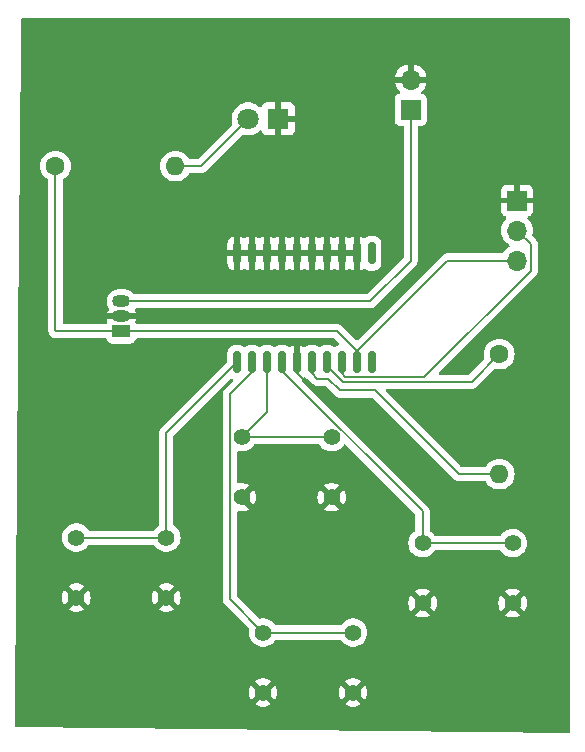
<source format=gtl>
G04 #@! TF.GenerationSoftware,KiCad,Pcbnew,8.0.1*
G04 #@! TF.CreationDate,2024-05-12T13:49:03-04:00*
G04 #@! TF.ProjectId,recyclobot,72656379-636c-46f6-926f-742e6b696361,rev?*
G04 #@! TF.SameCoordinates,Original*
G04 #@! TF.FileFunction,Copper,L1,Top*
G04 #@! TF.FilePolarity,Positive*
%FSLAX46Y46*%
G04 Gerber Fmt 4.6, Leading zero omitted, Abs format (unit mm)*
G04 Created by KiCad (PCBNEW 8.0.1) date 2024-05-12 13:49:03*
%MOMM*%
%LPD*%
G01*
G04 APERTURE LIST*
G04 Aperture macros list*
%AMRoundRect*
0 Rectangle with rounded corners*
0 $1 Rounding radius*
0 $2 $3 $4 $5 $6 $7 $8 $9 X,Y pos of 4 corners*
0 Add a 4 corners polygon primitive as box body*
4,1,4,$2,$3,$4,$5,$6,$7,$8,$9,$2,$3,0*
0 Add four circle primitives for the rounded corners*
1,1,$1+$1,$2,$3*
1,1,$1+$1,$4,$5*
1,1,$1+$1,$6,$7*
1,1,$1+$1,$8,$9*
0 Add four rect primitives between the rounded corners*
20,1,$1+$1,$2,$3,$4,$5,0*
20,1,$1+$1,$4,$5,$6,$7,0*
20,1,$1+$1,$6,$7,$8,$9,0*
20,1,$1+$1,$8,$9,$2,$3,0*%
G04 Aperture macros list end*
G04 #@! TA.AperFunction,ComponentPad*
%ADD10R,1.700000X1.700000*%
G04 #@! TD*
G04 #@! TA.AperFunction,ComponentPad*
%ADD11O,1.700000X1.700000*%
G04 #@! TD*
G04 #@! TA.AperFunction,ComponentPad*
%ADD12R,1.500000X1.050000*%
G04 #@! TD*
G04 #@! TA.AperFunction,ComponentPad*
%ADD13O,1.500000X1.050000*%
G04 #@! TD*
G04 #@! TA.AperFunction,SMDPad,CuDef*
%ADD14RoundRect,0.150000X-0.150000X0.800000X-0.150000X-0.800000X0.150000X-0.800000X0.150000X0.800000X0*%
G04 #@! TD*
G04 #@! TA.AperFunction,ComponentPad*
%ADD15C,1.397000*%
G04 #@! TD*
G04 #@! TA.AperFunction,ComponentPad*
%ADD16O,1.600000X1.600000*%
G04 #@! TD*
G04 #@! TA.AperFunction,ComponentPad*
%ADD17C,1.600000*%
G04 #@! TD*
G04 #@! TA.AperFunction,ComponentPad*
%ADD18R,1.800000X1.800000*%
G04 #@! TD*
G04 #@! TA.AperFunction,ComponentPad*
%ADD19C,1.800000*%
G04 #@! TD*
G04 #@! TA.AperFunction,ViaPad*
%ADD20C,0.600000*%
G04 #@! TD*
G04 #@! TA.AperFunction,Conductor*
%ADD21C,0.200000*%
G04 #@! TD*
G04 APERTURE END LIST*
D10*
X174000000Y-75420000D03*
D11*
X174000000Y-77960000D03*
X174000000Y-80500000D03*
D10*
X165000000Y-67725000D03*
D11*
X165000000Y-65185000D03*
D12*
X140500000Y-86500000D03*
D13*
X140500000Y-85230000D03*
X140500000Y-83960000D03*
D14*
X161715000Y-79900000D03*
X160445000Y-79900000D03*
X159175000Y-79900000D03*
X157905000Y-79900000D03*
X156635000Y-79900000D03*
X155365000Y-79900000D03*
X154095000Y-79900000D03*
X152825000Y-79900000D03*
X151555000Y-79900000D03*
X150285000Y-79900000D03*
X150285000Y-89100000D03*
X151555000Y-89100000D03*
X152825000Y-89100000D03*
X154095000Y-89100000D03*
X155365000Y-89100000D03*
X156635000Y-89100000D03*
X157905000Y-89100000D03*
X159175000Y-89100000D03*
X160445000Y-89100000D03*
X161715000Y-89100000D03*
D15*
X166000000Y-104420000D03*
X173620000Y-104420000D03*
X166000000Y-109500000D03*
X173620000Y-109500000D03*
X150690000Y-95460000D03*
X158310000Y-95460000D03*
X150690000Y-100540000D03*
X158310000Y-100540000D03*
X152500000Y-112000000D03*
X160120000Y-112000000D03*
X152500000Y-117080000D03*
X160120000Y-117080000D03*
X136690000Y-103960000D03*
X144310000Y-103960000D03*
X136690000Y-109040000D03*
X144310000Y-109040000D03*
D16*
X145080000Y-72500000D03*
D17*
X134920000Y-72500000D03*
X172500000Y-88420000D03*
D16*
X172500000Y-98580000D03*
D18*
X153775000Y-68500000D03*
D19*
X151235000Y-68500000D03*
D20*
X159500000Y-93000000D03*
X147000000Y-117000000D03*
X159000000Y-74000000D03*
X137000000Y-95000000D03*
X172000000Y-117500000D03*
X136500000Y-117000000D03*
X138500000Y-65000000D03*
X175500000Y-67500000D03*
D21*
X135000000Y-86500000D02*
X134920000Y-86420000D01*
X134920000Y-86420000D02*
X134920000Y-72500000D01*
X158315001Y-93000000D02*
X159500000Y-93000000D01*
X155365000Y-90049999D02*
X158315001Y-93000000D01*
X155365000Y-89100000D02*
X155365000Y-90049999D01*
X158000000Y-90500000D02*
X159000000Y-91500000D01*
X157085001Y-90500000D02*
X158000000Y-90500000D01*
X156635000Y-90049999D02*
X157085001Y-90500000D01*
X159000000Y-91500000D02*
X162000000Y-91500000D01*
X162000000Y-91500000D02*
X169080000Y-98580000D01*
X169080000Y-98580000D02*
X172500000Y-98580000D01*
X140500000Y-86500000D02*
X135000000Y-86500000D01*
X166000000Y-104420000D02*
X173620000Y-104420000D01*
X166000000Y-104420000D02*
X166000000Y-101737907D01*
X154095000Y-89832907D02*
X154095000Y-89100000D01*
X166000000Y-101737907D02*
X154095000Y-89832907D01*
X152500000Y-112000000D02*
X160120000Y-112000000D01*
X152500000Y-112000000D02*
X149691500Y-109191500D01*
X149691500Y-109191500D02*
X149691500Y-91808500D01*
X149691500Y-91808500D02*
X151555000Y-89945000D01*
X151555000Y-89945000D02*
X151555000Y-89100000D01*
X150690000Y-95460000D02*
X158310000Y-95460000D01*
X150690000Y-95460000D02*
X152825000Y-93325000D01*
X152825000Y-93325000D02*
X152825000Y-89100000D01*
X144310000Y-103960000D02*
X144310000Y-95075000D01*
X144310000Y-95075000D02*
X150285000Y-89100000D01*
X136690000Y-103960000D02*
X144310000Y-103960000D01*
X172500000Y-88420000D02*
X170170000Y-90750000D01*
X170170000Y-90750000D02*
X159234448Y-90750000D01*
X159234448Y-90750000D02*
X157905000Y-89420552D01*
X157905000Y-89420552D02*
X157905000Y-89100000D01*
X156635000Y-89100000D02*
X156635000Y-90049999D01*
X174000000Y-77960000D02*
X175150000Y-79110000D01*
X175150000Y-79110000D02*
X175150000Y-81350000D01*
X175150000Y-81350000D02*
X166150000Y-90350000D01*
X166150000Y-90350000D02*
X159475001Y-90350000D01*
X159475001Y-90350000D02*
X159175000Y-90049999D01*
X159175000Y-90049999D02*
X159175000Y-89100000D01*
X145080000Y-72500000D02*
X147235000Y-72500000D01*
X147235000Y-72500000D02*
X151235000Y-68500000D01*
X140500000Y-83960000D02*
X161540000Y-83960000D01*
X161540000Y-83960000D02*
X165000000Y-80500000D01*
X165000000Y-80500000D02*
X165000000Y-67725000D01*
X160445000Y-89100000D02*
X160445000Y-88150001D01*
X160445000Y-88150001D02*
X168095001Y-80500000D01*
X168095001Y-80500000D02*
X174000000Y-80500000D01*
X140500000Y-86500000D02*
X158794999Y-86500000D01*
X158794999Y-86500000D02*
X160445000Y-88150001D01*
G04 #@! TA.AperFunction,Conductor*
G36*
X178442539Y-60020185D02*
G01*
X178488294Y-60072989D01*
X178499500Y-60124500D01*
X178499500Y-120368959D01*
X178479815Y-120435998D01*
X178427011Y-120481753D01*
X178374208Y-120492952D01*
X131628294Y-120006017D01*
X131561464Y-119985635D01*
X131516261Y-119932358D01*
X131505590Y-119881008D01*
X131523356Y-117713626D01*
X131528550Y-117080000D01*
X151296366Y-117080000D01*
X151316859Y-117301166D01*
X151316860Y-117301168D01*
X151377643Y-117514798D01*
X151377649Y-117514813D01*
X151476652Y-117713636D01*
X151492208Y-117734236D01*
X152093600Y-117132845D01*
X152093600Y-117133504D01*
X152121295Y-117236865D01*
X152174799Y-117329536D01*
X152250464Y-117405201D01*
X152343135Y-117458705D01*
X152446496Y-117486400D01*
X152447153Y-117486400D01*
X151847761Y-118085790D01*
X151847762Y-118085791D01*
X151963490Y-118157447D01*
X151963496Y-118157450D01*
X152170607Y-118237684D01*
X152388945Y-118278500D01*
X152611055Y-118278500D01*
X152829392Y-118237684D01*
X153036505Y-118157449D01*
X153036506Y-118157448D01*
X153152237Y-118085790D01*
X152552848Y-117486400D01*
X152553504Y-117486400D01*
X152656865Y-117458705D01*
X152749536Y-117405201D01*
X152825201Y-117329536D01*
X152878705Y-117236865D01*
X152906400Y-117133504D01*
X152906400Y-117132846D01*
X153507790Y-117734236D01*
X153523348Y-117713634D01*
X153523353Y-117713626D01*
X153622350Y-117514813D01*
X153622356Y-117514798D01*
X153683139Y-117301168D01*
X153683140Y-117301166D01*
X153703634Y-117080000D01*
X158916366Y-117080000D01*
X158936859Y-117301166D01*
X158936860Y-117301168D01*
X158997643Y-117514798D01*
X158997649Y-117514813D01*
X159096652Y-117713636D01*
X159112208Y-117734236D01*
X159713600Y-117132844D01*
X159713600Y-117133504D01*
X159741295Y-117236865D01*
X159794799Y-117329536D01*
X159870464Y-117405201D01*
X159963135Y-117458705D01*
X160066496Y-117486400D01*
X160067153Y-117486400D01*
X159467761Y-118085790D01*
X159467762Y-118085791D01*
X159583490Y-118157447D01*
X159583496Y-118157450D01*
X159790607Y-118237684D01*
X160008945Y-118278500D01*
X160231055Y-118278500D01*
X160449392Y-118237684D01*
X160656505Y-118157449D01*
X160656506Y-118157448D01*
X160772237Y-118085790D01*
X160172848Y-117486400D01*
X160173504Y-117486400D01*
X160276865Y-117458705D01*
X160369536Y-117405201D01*
X160445201Y-117329536D01*
X160498705Y-117236865D01*
X160526400Y-117133504D01*
X160526400Y-117132846D01*
X161127790Y-117734236D01*
X161143348Y-117713634D01*
X161143353Y-117713626D01*
X161242350Y-117514813D01*
X161242356Y-117514798D01*
X161303139Y-117301168D01*
X161303140Y-117301166D01*
X161323634Y-117080000D01*
X161323634Y-117079999D01*
X161303140Y-116858833D01*
X161303139Y-116858831D01*
X161242356Y-116645201D01*
X161242350Y-116645186D01*
X161143353Y-116446374D01*
X161143348Y-116446367D01*
X161127789Y-116425762D01*
X160526400Y-117027151D01*
X160526400Y-117026496D01*
X160498705Y-116923135D01*
X160445201Y-116830464D01*
X160369536Y-116754799D01*
X160276865Y-116701295D01*
X160173504Y-116673600D01*
X160172847Y-116673600D01*
X160772237Y-116074208D01*
X160772236Y-116074207D01*
X160656509Y-116002552D01*
X160656503Y-116002549D01*
X160449392Y-115922315D01*
X160231055Y-115881500D01*
X160008945Y-115881500D01*
X159790607Y-115922315D01*
X159583495Y-116002550D01*
X159467761Y-116074208D01*
X160067154Y-116673600D01*
X160066496Y-116673600D01*
X159963135Y-116701295D01*
X159870464Y-116754799D01*
X159794799Y-116830464D01*
X159741295Y-116923135D01*
X159713600Y-117026496D01*
X159713600Y-117027153D01*
X159112209Y-116425762D01*
X159096651Y-116446365D01*
X158997649Y-116645186D01*
X158997643Y-116645201D01*
X158936860Y-116858831D01*
X158936859Y-116858833D01*
X158916366Y-117079999D01*
X158916366Y-117080000D01*
X153703634Y-117080000D01*
X153703634Y-117079999D01*
X153683140Y-116858833D01*
X153683139Y-116858831D01*
X153622356Y-116645201D01*
X153622350Y-116645186D01*
X153523353Y-116446374D01*
X153523348Y-116446367D01*
X153507789Y-116425762D01*
X152906400Y-117027151D01*
X152906400Y-117026496D01*
X152878705Y-116923135D01*
X152825201Y-116830464D01*
X152749536Y-116754799D01*
X152656865Y-116701295D01*
X152553504Y-116673600D01*
X152552847Y-116673600D01*
X153152237Y-116074208D01*
X153152236Y-116074207D01*
X153036509Y-116002552D01*
X153036503Y-116002549D01*
X152829392Y-115922315D01*
X152611055Y-115881500D01*
X152388945Y-115881500D01*
X152170607Y-115922315D01*
X151963495Y-116002550D01*
X151847761Y-116074208D01*
X152447154Y-116673600D01*
X152446496Y-116673600D01*
X152343135Y-116701295D01*
X152250464Y-116754799D01*
X152174799Y-116830464D01*
X152121295Y-116923135D01*
X152093600Y-117026496D01*
X152093600Y-117027153D01*
X151492209Y-116425762D01*
X151476651Y-116446365D01*
X151377649Y-116645186D01*
X151377643Y-116645201D01*
X151316860Y-116858831D01*
X151316859Y-116858833D01*
X151296366Y-117079999D01*
X151296366Y-117080000D01*
X131528550Y-117080000D01*
X131594451Y-109040000D01*
X135486366Y-109040000D01*
X135506859Y-109261166D01*
X135506860Y-109261168D01*
X135567643Y-109474798D01*
X135567649Y-109474813D01*
X135666652Y-109673636D01*
X135682208Y-109694236D01*
X136283600Y-109092845D01*
X136283600Y-109093504D01*
X136311295Y-109196865D01*
X136364799Y-109289536D01*
X136440464Y-109365201D01*
X136533135Y-109418705D01*
X136636496Y-109446400D01*
X136637153Y-109446400D01*
X136037761Y-110045790D01*
X136037762Y-110045791D01*
X136153490Y-110117447D01*
X136153496Y-110117450D01*
X136360607Y-110197684D01*
X136578945Y-110238500D01*
X136801055Y-110238500D01*
X137019392Y-110197684D01*
X137226505Y-110117449D01*
X137226506Y-110117448D01*
X137342237Y-110045790D01*
X136742848Y-109446400D01*
X136743504Y-109446400D01*
X136846865Y-109418705D01*
X136939536Y-109365201D01*
X137015201Y-109289536D01*
X137068705Y-109196865D01*
X137096400Y-109093504D01*
X137096400Y-109092846D01*
X137697790Y-109694236D01*
X137713348Y-109673634D01*
X137713353Y-109673626D01*
X137812350Y-109474813D01*
X137812356Y-109474798D01*
X137873139Y-109261168D01*
X137873140Y-109261166D01*
X137893634Y-109040000D01*
X143106366Y-109040000D01*
X143126859Y-109261166D01*
X143126860Y-109261168D01*
X143187643Y-109474798D01*
X143187649Y-109474813D01*
X143286652Y-109673636D01*
X143302208Y-109694236D01*
X143903600Y-109092845D01*
X143903600Y-109093504D01*
X143931295Y-109196865D01*
X143984799Y-109289536D01*
X144060464Y-109365201D01*
X144153135Y-109418705D01*
X144256496Y-109446400D01*
X144257153Y-109446400D01*
X143657761Y-110045790D01*
X143657762Y-110045791D01*
X143773490Y-110117447D01*
X143773496Y-110117450D01*
X143980607Y-110197684D01*
X144198945Y-110238500D01*
X144421055Y-110238500D01*
X144639392Y-110197684D01*
X144846505Y-110117449D01*
X144846506Y-110117448D01*
X144962237Y-110045790D01*
X144362848Y-109446400D01*
X144363504Y-109446400D01*
X144466865Y-109418705D01*
X144559536Y-109365201D01*
X144635201Y-109289536D01*
X144688705Y-109196865D01*
X144716400Y-109093504D01*
X144716400Y-109092846D01*
X145317790Y-109694236D01*
X145333348Y-109673634D01*
X145333353Y-109673626D01*
X145432350Y-109474813D01*
X145432356Y-109474798D01*
X145493139Y-109261168D01*
X145493140Y-109261166D01*
X145513634Y-109040000D01*
X145513634Y-109039999D01*
X145493140Y-108818833D01*
X145493139Y-108818831D01*
X145432356Y-108605201D01*
X145432350Y-108605186D01*
X145333353Y-108406374D01*
X145333348Y-108406367D01*
X145317789Y-108385762D01*
X144716400Y-108987151D01*
X144716400Y-108986496D01*
X144688705Y-108883135D01*
X144635201Y-108790464D01*
X144559536Y-108714799D01*
X144466865Y-108661295D01*
X144363504Y-108633600D01*
X144362847Y-108633600D01*
X144962237Y-108034208D01*
X144962236Y-108034207D01*
X144846509Y-107962552D01*
X144846503Y-107962549D01*
X144639392Y-107882315D01*
X144421055Y-107841500D01*
X144198945Y-107841500D01*
X143980607Y-107882315D01*
X143773495Y-107962550D01*
X143657761Y-108034208D01*
X144257154Y-108633600D01*
X144256496Y-108633600D01*
X144153135Y-108661295D01*
X144060464Y-108714799D01*
X143984799Y-108790464D01*
X143931295Y-108883135D01*
X143903600Y-108986496D01*
X143903600Y-108987153D01*
X143302209Y-108385762D01*
X143286651Y-108406365D01*
X143187649Y-108605186D01*
X143187643Y-108605201D01*
X143126860Y-108818831D01*
X143126859Y-108818833D01*
X143106366Y-109039999D01*
X143106366Y-109040000D01*
X137893634Y-109040000D01*
X137893634Y-109039999D01*
X137873140Y-108818833D01*
X137873139Y-108818831D01*
X137812356Y-108605201D01*
X137812350Y-108605186D01*
X137713353Y-108406374D01*
X137713348Y-108406367D01*
X137697789Y-108385762D01*
X137096400Y-108987151D01*
X137096400Y-108986496D01*
X137068705Y-108883135D01*
X137015201Y-108790464D01*
X136939536Y-108714799D01*
X136846865Y-108661295D01*
X136743504Y-108633600D01*
X136742847Y-108633600D01*
X137342237Y-108034208D01*
X137342236Y-108034207D01*
X137226509Y-107962552D01*
X137226503Y-107962549D01*
X137019392Y-107882315D01*
X136801055Y-107841500D01*
X136578945Y-107841500D01*
X136360607Y-107882315D01*
X136153495Y-107962550D01*
X136037761Y-108034208D01*
X136637154Y-108633600D01*
X136636496Y-108633600D01*
X136533135Y-108661295D01*
X136440464Y-108714799D01*
X136364799Y-108790464D01*
X136311295Y-108883135D01*
X136283600Y-108986496D01*
X136283600Y-108987153D01*
X135682209Y-108385762D01*
X135666651Y-108406365D01*
X135567649Y-108605186D01*
X135567643Y-108605201D01*
X135506860Y-108818831D01*
X135506859Y-108818833D01*
X135486366Y-109039999D01*
X135486366Y-109040000D01*
X131594451Y-109040000D01*
X131853005Y-77496337D01*
X131893959Y-72500001D01*
X133614532Y-72500001D01*
X133634364Y-72726686D01*
X133634366Y-72726697D01*
X133693258Y-72946488D01*
X133693261Y-72946497D01*
X133789431Y-73152732D01*
X133789432Y-73152734D01*
X133919954Y-73339141D01*
X134080858Y-73500045D01*
X134080861Y-73500047D01*
X134266624Y-73630118D01*
X134310248Y-73684693D01*
X134319500Y-73731692D01*
X134319500Y-86333330D01*
X134319499Y-86333348D01*
X134319499Y-86499054D01*
X134319498Y-86499054D01*
X134360423Y-86651785D01*
X134389358Y-86701900D01*
X134389359Y-86701904D01*
X134389360Y-86701904D01*
X134439480Y-86788716D01*
X134519480Y-86868716D01*
X134631284Y-86980520D01*
X134700532Y-87020500D01*
X134768215Y-87059577D01*
X134920943Y-87100500D01*
X139157885Y-87100500D01*
X139224924Y-87120185D01*
X139270679Y-87172989D01*
X139274067Y-87181167D01*
X139306202Y-87267328D01*
X139306206Y-87267335D01*
X139392452Y-87382544D01*
X139392455Y-87382547D01*
X139507664Y-87468793D01*
X139507671Y-87468797D01*
X139642517Y-87519091D01*
X139642516Y-87519091D01*
X139649444Y-87519835D01*
X139702127Y-87525500D01*
X141297872Y-87525499D01*
X141357483Y-87519091D01*
X141492331Y-87468796D01*
X141607546Y-87382546D01*
X141693796Y-87267331D01*
X141714029Y-87213084D01*
X141725934Y-87181166D01*
X141767806Y-87125233D01*
X141833270Y-87100816D01*
X141842116Y-87100500D01*
X158494902Y-87100500D01*
X158561941Y-87120185D01*
X158582583Y-87136819D01*
X158910343Y-87464579D01*
X158943828Y-87525902D01*
X158938844Y-87595594D01*
X158896972Y-87651527D01*
X158857258Y-87671336D01*
X158764604Y-87698254D01*
X158764603Y-87698255D01*
X158623137Y-87781917D01*
X158616969Y-87786702D01*
X158615072Y-87784256D01*
X158566358Y-87810857D01*
X158496666Y-87805873D01*
X158464296Y-87785069D01*
X158463031Y-87786702D01*
X158456862Y-87781917D01*
X158378681Y-87735681D01*
X158315398Y-87698256D01*
X158315397Y-87698255D01*
X158315396Y-87698255D01*
X158315393Y-87698254D01*
X158157573Y-87652402D01*
X158157567Y-87652401D01*
X158120701Y-87649500D01*
X158120694Y-87649500D01*
X157689306Y-87649500D01*
X157689298Y-87649500D01*
X157652432Y-87652401D01*
X157652426Y-87652402D01*
X157494606Y-87698254D01*
X157494603Y-87698255D01*
X157353137Y-87781917D01*
X157346969Y-87786702D01*
X157345072Y-87784256D01*
X157296358Y-87810857D01*
X157226666Y-87805873D01*
X157194296Y-87785069D01*
X157193031Y-87786702D01*
X157186862Y-87781917D01*
X157108681Y-87735681D01*
X157045398Y-87698256D01*
X157045397Y-87698255D01*
X157045396Y-87698255D01*
X157045393Y-87698254D01*
X156887573Y-87652402D01*
X156887567Y-87652401D01*
X156850701Y-87649500D01*
X156850694Y-87649500D01*
X156419306Y-87649500D01*
X156419298Y-87649500D01*
X156382432Y-87652401D01*
X156382426Y-87652402D01*
X156224606Y-87698254D01*
X156224603Y-87698255D01*
X156083140Y-87781915D01*
X156076974Y-87786699D01*
X156075174Y-87784379D01*
X156025913Y-87811230D01*
X155956225Y-87806193D01*
X155923992Y-87785461D01*
X155922722Y-87787100D01*
X155916552Y-87782314D01*
X155775196Y-87698717D01*
X155775193Y-87698716D01*
X155617494Y-87652900D01*
X155617497Y-87652900D01*
X155615000Y-87652703D01*
X155615000Y-89226000D01*
X155595315Y-89293039D01*
X155542511Y-89338794D01*
X155491000Y-89350000D01*
X155239000Y-89350000D01*
X155171961Y-89330315D01*
X155126206Y-89277511D01*
X155115000Y-89226000D01*
X155115000Y-87652703D01*
X155112503Y-87652900D01*
X154954806Y-87698716D01*
X154954803Y-87698717D01*
X154813449Y-87782313D01*
X154807283Y-87787097D01*
X154805389Y-87784655D01*
X154756580Y-87811239D01*
X154686894Y-87806179D01*
X154654227Y-87785159D01*
X154653031Y-87786702D01*
X154646862Y-87781917D01*
X154568681Y-87735681D01*
X154505398Y-87698256D01*
X154505397Y-87698255D01*
X154505396Y-87698255D01*
X154505393Y-87698254D01*
X154347573Y-87652402D01*
X154347567Y-87652401D01*
X154310701Y-87649500D01*
X154310694Y-87649500D01*
X153879306Y-87649500D01*
X153879298Y-87649500D01*
X153842432Y-87652401D01*
X153842426Y-87652402D01*
X153684606Y-87698254D01*
X153684603Y-87698255D01*
X153543137Y-87781917D01*
X153536969Y-87786702D01*
X153535072Y-87784256D01*
X153486358Y-87810857D01*
X153416666Y-87805873D01*
X153384296Y-87785069D01*
X153383031Y-87786702D01*
X153376862Y-87781917D01*
X153298681Y-87735681D01*
X153235398Y-87698256D01*
X153235397Y-87698255D01*
X153235396Y-87698255D01*
X153235393Y-87698254D01*
X153077573Y-87652402D01*
X153077567Y-87652401D01*
X153040701Y-87649500D01*
X153040694Y-87649500D01*
X152609306Y-87649500D01*
X152609298Y-87649500D01*
X152572432Y-87652401D01*
X152572426Y-87652402D01*
X152414606Y-87698254D01*
X152414603Y-87698255D01*
X152273137Y-87781917D01*
X152266969Y-87786702D01*
X152265072Y-87784256D01*
X152216358Y-87810857D01*
X152146666Y-87805873D01*
X152114296Y-87785069D01*
X152113031Y-87786702D01*
X152106862Y-87781917D01*
X152028681Y-87735681D01*
X151965398Y-87698256D01*
X151965397Y-87698255D01*
X151965396Y-87698255D01*
X151965393Y-87698254D01*
X151807573Y-87652402D01*
X151807567Y-87652401D01*
X151770701Y-87649500D01*
X151770694Y-87649500D01*
X151339306Y-87649500D01*
X151339298Y-87649500D01*
X151302432Y-87652401D01*
X151302426Y-87652402D01*
X151144606Y-87698254D01*
X151144603Y-87698255D01*
X151003137Y-87781917D01*
X150996969Y-87786702D01*
X150995072Y-87784256D01*
X150946358Y-87810857D01*
X150876666Y-87805873D01*
X150844296Y-87785069D01*
X150843031Y-87786702D01*
X150836862Y-87781917D01*
X150758681Y-87735681D01*
X150695398Y-87698256D01*
X150695397Y-87698255D01*
X150695396Y-87698255D01*
X150695393Y-87698254D01*
X150537573Y-87652402D01*
X150537567Y-87652401D01*
X150500701Y-87649500D01*
X150500694Y-87649500D01*
X150069306Y-87649500D01*
X150069298Y-87649500D01*
X150032432Y-87652401D01*
X150032426Y-87652402D01*
X149874606Y-87698254D01*
X149874603Y-87698255D01*
X149733137Y-87781917D01*
X149733129Y-87781923D01*
X149616923Y-87898129D01*
X149616917Y-87898137D01*
X149533255Y-88039603D01*
X149533254Y-88039606D01*
X149487402Y-88197426D01*
X149487401Y-88197432D01*
X149484500Y-88234298D01*
X149484500Y-88999902D01*
X149464815Y-89066941D01*
X149448181Y-89087583D01*
X143829481Y-94706282D01*
X143829479Y-94706284D01*
X143809481Y-94740923D01*
X143801028Y-94755565D01*
X143750423Y-94843215D01*
X143709499Y-94995943D01*
X143709499Y-94995945D01*
X143709499Y-95164046D01*
X143709500Y-95164059D01*
X143709500Y-102852517D01*
X143689815Y-102919556D01*
X143650778Y-102957944D01*
X143584343Y-102999079D01*
X143420133Y-103148775D01*
X143298212Y-103310227D01*
X143242103Y-103351863D01*
X143199258Y-103359500D01*
X137800742Y-103359500D01*
X137733703Y-103339815D01*
X137701788Y-103310227D01*
X137579866Y-103148775D01*
X137415655Y-102999078D01*
X137415653Y-102999076D01*
X137226733Y-102882102D01*
X137226727Y-102882099D01*
X137119080Y-102840397D01*
X137019528Y-102801830D01*
X136801104Y-102761000D01*
X136578896Y-102761000D01*
X136360472Y-102801830D01*
X136310695Y-102821113D01*
X136153272Y-102882099D01*
X136153266Y-102882102D01*
X135964346Y-102999076D01*
X135964344Y-102999078D01*
X135800133Y-103148775D01*
X135666222Y-103326103D01*
X135567180Y-103525005D01*
X135567174Y-103525020D01*
X135506366Y-103738738D01*
X135506365Y-103738740D01*
X135485863Y-103959999D01*
X135485863Y-103960000D01*
X135506365Y-104181259D01*
X135506366Y-104181261D01*
X135567174Y-104394979D01*
X135567180Y-104394994D01*
X135666222Y-104593896D01*
X135800133Y-104771224D01*
X135964344Y-104920921D01*
X135964346Y-104920923D01*
X136153266Y-105037897D01*
X136153272Y-105037900D01*
X136182206Y-105049109D01*
X136360472Y-105118170D01*
X136578896Y-105159000D01*
X136578899Y-105159000D01*
X136801101Y-105159000D01*
X136801104Y-105159000D01*
X137019528Y-105118170D01*
X137226730Y-105037899D01*
X137415655Y-104920922D01*
X137579868Y-104771222D01*
X137701788Y-104609772D01*
X137757897Y-104568137D01*
X137800742Y-104560500D01*
X143199258Y-104560500D01*
X143266297Y-104580185D01*
X143298212Y-104609773D01*
X143420133Y-104771224D01*
X143584344Y-104920921D01*
X143584346Y-104920923D01*
X143773266Y-105037897D01*
X143773272Y-105037900D01*
X143802206Y-105049109D01*
X143980472Y-105118170D01*
X144198896Y-105159000D01*
X144198899Y-105159000D01*
X144421101Y-105159000D01*
X144421104Y-105159000D01*
X144639528Y-105118170D01*
X144846730Y-105037899D01*
X145035655Y-104920922D01*
X145199868Y-104771222D01*
X145333778Y-104593896D01*
X145432824Y-104394984D01*
X145493634Y-104181260D01*
X145514137Y-103960000D01*
X145499293Y-103799815D01*
X145493634Y-103738740D01*
X145493633Y-103738738D01*
X145456655Y-103608775D01*
X145432824Y-103525016D01*
X145399991Y-103459079D01*
X145341744Y-103342102D01*
X145333778Y-103326104D01*
X145199868Y-103148778D01*
X145199866Y-103148775D01*
X145035656Y-102999079D01*
X145035655Y-102999078D01*
X144969222Y-102957944D01*
X144922587Y-102905915D01*
X144910500Y-102852517D01*
X144910500Y-95375096D01*
X144930185Y-95308057D01*
X144946814Y-95287420D01*
X149717291Y-90516942D01*
X149778612Y-90483459D01*
X149848304Y-90488443D01*
X149868092Y-90497894D01*
X149874602Y-90501744D01*
X149885892Y-90505024D01*
X149944778Y-90542628D01*
X149973986Y-90606100D01*
X149964242Y-90675287D01*
X149938981Y-90711782D01*
X149322786Y-91327978D01*
X149210981Y-91439782D01*
X149210979Y-91439785D01*
X149160861Y-91526594D01*
X149160859Y-91526596D01*
X149131925Y-91576709D01*
X149131924Y-91576710D01*
X149131923Y-91576715D01*
X149090999Y-91729443D01*
X149090999Y-91729445D01*
X149090999Y-91897546D01*
X149091000Y-91897559D01*
X149091000Y-109104830D01*
X149090999Y-109104848D01*
X149090999Y-109270554D01*
X149090998Y-109270554D01*
X149131923Y-109423285D01*
X149160858Y-109473400D01*
X149160859Y-109473404D01*
X149160860Y-109473404D01*
X149210979Y-109560214D01*
X149210981Y-109560217D01*
X149329849Y-109679085D01*
X149329855Y-109679090D01*
X151289899Y-111639135D01*
X151323384Y-111700458D01*
X151321485Y-111760748D01*
X151316365Y-111778741D01*
X151295863Y-111999999D01*
X151295863Y-112000000D01*
X151316365Y-112221259D01*
X151316366Y-112221261D01*
X151377174Y-112434979D01*
X151377180Y-112434994D01*
X151476222Y-112633896D01*
X151610133Y-112811224D01*
X151774344Y-112960921D01*
X151774346Y-112960923D01*
X151963266Y-113077897D01*
X151963272Y-113077900D01*
X151992206Y-113089109D01*
X152170472Y-113158170D01*
X152388896Y-113199000D01*
X152388899Y-113199000D01*
X152611101Y-113199000D01*
X152611104Y-113199000D01*
X152829528Y-113158170D01*
X153036730Y-113077899D01*
X153225655Y-112960922D01*
X153389868Y-112811222D01*
X153511788Y-112649772D01*
X153567897Y-112608137D01*
X153610742Y-112600500D01*
X159009258Y-112600500D01*
X159076297Y-112620185D01*
X159108212Y-112649773D01*
X159230133Y-112811224D01*
X159394344Y-112960921D01*
X159394346Y-112960923D01*
X159583266Y-113077897D01*
X159583272Y-113077900D01*
X159612206Y-113089109D01*
X159790472Y-113158170D01*
X160008896Y-113199000D01*
X160008899Y-113199000D01*
X160231101Y-113199000D01*
X160231104Y-113199000D01*
X160449528Y-113158170D01*
X160656730Y-113077899D01*
X160845655Y-112960922D01*
X161009868Y-112811222D01*
X161143778Y-112633896D01*
X161242824Y-112434984D01*
X161303634Y-112221260D01*
X161324137Y-112000000D01*
X161303634Y-111778740D01*
X161242824Y-111565016D01*
X161143778Y-111366104D01*
X161009868Y-111188778D01*
X161009866Y-111188775D01*
X160845655Y-111039078D01*
X160845653Y-111039076D01*
X160656733Y-110922102D01*
X160656727Y-110922099D01*
X160549080Y-110880397D01*
X160449528Y-110841830D01*
X160231104Y-110801000D01*
X160008896Y-110801000D01*
X159790472Y-110841830D01*
X159740695Y-110861113D01*
X159583272Y-110922099D01*
X159583266Y-110922102D01*
X159394346Y-111039076D01*
X159394344Y-111039078D01*
X159230133Y-111188775D01*
X159108212Y-111350227D01*
X159052103Y-111391863D01*
X159009258Y-111399500D01*
X153610742Y-111399500D01*
X153543703Y-111379815D01*
X153511788Y-111350227D01*
X153389866Y-111188775D01*
X153225655Y-111039078D01*
X153225653Y-111039076D01*
X153036733Y-110922102D01*
X153036727Y-110922099D01*
X152929080Y-110880397D01*
X152829528Y-110841830D01*
X152611104Y-110801000D01*
X152388896Y-110801000D01*
X152388895Y-110801000D01*
X152252068Y-110826576D01*
X152182554Y-110819544D01*
X152141604Y-110792368D01*
X150849236Y-109500000D01*
X164796366Y-109500000D01*
X164816859Y-109721166D01*
X164816860Y-109721168D01*
X164877643Y-109934798D01*
X164877649Y-109934813D01*
X164976652Y-110133636D01*
X164992208Y-110154236D01*
X165593600Y-109552845D01*
X165593600Y-109553504D01*
X165621295Y-109656865D01*
X165674799Y-109749536D01*
X165750464Y-109825201D01*
X165843135Y-109878705D01*
X165946496Y-109906400D01*
X165947153Y-109906400D01*
X165347761Y-110505790D01*
X165347762Y-110505791D01*
X165463490Y-110577447D01*
X165463496Y-110577450D01*
X165670607Y-110657684D01*
X165888945Y-110698500D01*
X166111055Y-110698500D01*
X166329392Y-110657684D01*
X166536505Y-110577449D01*
X166536506Y-110577448D01*
X166652237Y-110505790D01*
X166052848Y-109906400D01*
X166053504Y-109906400D01*
X166156865Y-109878705D01*
X166249536Y-109825201D01*
X166325201Y-109749536D01*
X166378705Y-109656865D01*
X166406400Y-109553504D01*
X166406400Y-109552846D01*
X167007790Y-110154236D01*
X167023348Y-110133634D01*
X167023353Y-110133626D01*
X167122350Y-109934813D01*
X167122356Y-109934798D01*
X167183139Y-109721168D01*
X167183140Y-109721166D01*
X167203634Y-109500000D01*
X172416366Y-109500000D01*
X172436859Y-109721166D01*
X172436860Y-109721168D01*
X172497643Y-109934798D01*
X172497649Y-109934813D01*
X172596652Y-110133636D01*
X172612208Y-110154236D01*
X173213600Y-109552845D01*
X173213600Y-109553504D01*
X173241295Y-109656865D01*
X173294799Y-109749536D01*
X173370464Y-109825201D01*
X173463135Y-109878705D01*
X173566496Y-109906400D01*
X173567153Y-109906400D01*
X172967761Y-110505790D01*
X172967762Y-110505791D01*
X173083490Y-110577447D01*
X173083496Y-110577450D01*
X173290607Y-110657684D01*
X173508945Y-110698500D01*
X173731055Y-110698500D01*
X173949392Y-110657684D01*
X174156505Y-110577449D01*
X174156506Y-110577448D01*
X174272237Y-110505790D01*
X173672848Y-109906400D01*
X173673504Y-109906400D01*
X173776865Y-109878705D01*
X173869536Y-109825201D01*
X173945201Y-109749536D01*
X173998705Y-109656865D01*
X174026400Y-109553504D01*
X174026400Y-109552846D01*
X174627790Y-110154236D01*
X174643348Y-110133634D01*
X174643353Y-110133626D01*
X174742350Y-109934813D01*
X174742356Y-109934798D01*
X174803139Y-109721168D01*
X174803140Y-109721166D01*
X174823634Y-109500000D01*
X174823634Y-109499999D01*
X174803140Y-109278833D01*
X174803139Y-109278831D01*
X174742356Y-109065201D01*
X174742350Y-109065186D01*
X174643353Y-108866374D01*
X174643348Y-108866367D01*
X174627789Y-108845762D01*
X174026400Y-109447151D01*
X174026400Y-109446496D01*
X173998705Y-109343135D01*
X173945201Y-109250464D01*
X173869536Y-109174799D01*
X173776865Y-109121295D01*
X173673504Y-109093600D01*
X173672847Y-109093600D01*
X174272237Y-108494208D01*
X174272236Y-108494207D01*
X174156509Y-108422552D01*
X174156503Y-108422549D01*
X173949392Y-108342315D01*
X173731055Y-108301500D01*
X173508945Y-108301500D01*
X173290607Y-108342315D01*
X173083495Y-108422550D01*
X172967761Y-108494208D01*
X173567154Y-109093600D01*
X173566496Y-109093600D01*
X173463135Y-109121295D01*
X173370464Y-109174799D01*
X173294799Y-109250464D01*
X173241295Y-109343135D01*
X173213600Y-109446496D01*
X173213600Y-109447153D01*
X172612209Y-108845762D01*
X172596651Y-108866365D01*
X172497649Y-109065186D01*
X172497643Y-109065201D01*
X172436860Y-109278831D01*
X172436859Y-109278833D01*
X172416366Y-109499999D01*
X172416366Y-109500000D01*
X167203634Y-109500000D01*
X167203634Y-109499999D01*
X167183140Y-109278833D01*
X167183139Y-109278831D01*
X167122356Y-109065201D01*
X167122350Y-109065186D01*
X167023353Y-108866374D01*
X167023348Y-108866367D01*
X167007789Y-108845762D01*
X166406400Y-109447151D01*
X166406400Y-109446496D01*
X166378705Y-109343135D01*
X166325201Y-109250464D01*
X166249536Y-109174799D01*
X166156865Y-109121295D01*
X166053504Y-109093600D01*
X166052847Y-109093600D01*
X166652237Y-108494208D01*
X166652236Y-108494207D01*
X166536509Y-108422552D01*
X166536503Y-108422549D01*
X166329392Y-108342315D01*
X166111055Y-108301500D01*
X165888945Y-108301500D01*
X165670607Y-108342315D01*
X165463495Y-108422550D01*
X165347761Y-108494208D01*
X165947154Y-109093600D01*
X165946496Y-109093600D01*
X165843135Y-109121295D01*
X165750464Y-109174799D01*
X165674799Y-109250464D01*
X165621295Y-109343135D01*
X165593600Y-109446496D01*
X165593600Y-109447153D01*
X164992209Y-108845762D01*
X164976651Y-108866365D01*
X164877649Y-109065186D01*
X164877643Y-109065201D01*
X164816860Y-109278831D01*
X164816859Y-109278833D01*
X164796366Y-109499999D01*
X164796366Y-109500000D01*
X150849236Y-109500000D01*
X150328319Y-108979083D01*
X150294834Y-108917760D01*
X150292000Y-108891402D01*
X150292000Y-101834188D01*
X150311685Y-101767149D01*
X150364489Y-101721394D01*
X150433647Y-101711450D01*
X150438785Y-101712299D01*
X150578945Y-101738500D01*
X150801055Y-101738500D01*
X151019392Y-101697684D01*
X151226505Y-101617449D01*
X151226506Y-101617448D01*
X151342237Y-101545790D01*
X150742847Y-100946400D01*
X150743504Y-100946400D01*
X150846865Y-100918705D01*
X150939536Y-100865201D01*
X151015201Y-100789536D01*
X151068705Y-100696865D01*
X151096400Y-100593504D01*
X151096400Y-100592846D01*
X151697790Y-101194236D01*
X151713348Y-101173634D01*
X151713353Y-101173626D01*
X151812350Y-100974813D01*
X151812356Y-100974798D01*
X151873139Y-100761168D01*
X151873140Y-100761166D01*
X151893634Y-100540000D01*
X157106366Y-100540000D01*
X157126859Y-100761166D01*
X157126860Y-100761168D01*
X157187643Y-100974798D01*
X157187649Y-100974813D01*
X157286652Y-101173636D01*
X157302208Y-101194236D01*
X157903600Y-100592845D01*
X157903600Y-100593504D01*
X157931295Y-100696865D01*
X157984799Y-100789536D01*
X158060464Y-100865201D01*
X158153135Y-100918705D01*
X158256496Y-100946400D01*
X158257153Y-100946400D01*
X157657761Y-101545790D01*
X157657762Y-101545791D01*
X157773490Y-101617447D01*
X157773496Y-101617450D01*
X157980607Y-101697684D01*
X158198945Y-101738500D01*
X158421055Y-101738500D01*
X158639392Y-101697684D01*
X158846505Y-101617449D01*
X158846506Y-101617448D01*
X158962237Y-101545790D01*
X158362848Y-100946400D01*
X158363504Y-100946400D01*
X158466865Y-100918705D01*
X158559536Y-100865201D01*
X158635201Y-100789536D01*
X158688705Y-100696865D01*
X158716400Y-100593504D01*
X158716400Y-100592846D01*
X159317790Y-101194236D01*
X159333348Y-101173634D01*
X159333353Y-101173626D01*
X159432350Y-100974813D01*
X159432356Y-100974798D01*
X159493139Y-100761168D01*
X159493140Y-100761166D01*
X159513634Y-100540000D01*
X159513634Y-100539999D01*
X159493140Y-100318833D01*
X159493139Y-100318831D01*
X159432356Y-100105201D01*
X159432350Y-100105186D01*
X159333353Y-99906374D01*
X159333348Y-99906367D01*
X159317789Y-99885762D01*
X158716400Y-100487151D01*
X158716400Y-100486496D01*
X158688705Y-100383135D01*
X158635201Y-100290464D01*
X158559536Y-100214799D01*
X158466865Y-100161295D01*
X158363504Y-100133600D01*
X158362847Y-100133600D01*
X158962237Y-99534208D01*
X158962236Y-99534207D01*
X158846509Y-99462552D01*
X158846503Y-99462549D01*
X158639392Y-99382315D01*
X158421055Y-99341500D01*
X158198945Y-99341500D01*
X157980607Y-99382315D01*
X157773495Y-99462550D01*
X157657761Y-99534208D01*
X158257154Y-100133600D01*
X158256496Y-100133600D01*
X158153135Y-100161295D01*
X158060464Y-100214799D01*
X157984799Y-100290464D01*
X157931295Y-100383135D01*
X157903600Y-100486496D01*
X157903600Y-100487153D01*
X157302209Y-99885762D01*
X157286651Y-99906365D01*
X157187649Y-100105186D01*
X157187643Y-100105201D01*
X157126860Y-100318831D01*
X157126859Y-100318833D01*
X157106366Y-100539999D01*
X157106366Y-100540000D01*
X151893634Y-100540000D01*
X151893634Y-100539999D01*
X151873140Y-100318833D01*
X151873139Y-100318831D01*
X151812356Y-100105201D01*
X151812350Y-100105186D01*
X151713353Y-99906374D01*
X151713348Y-99906367D01*
X151697789Y-99885762D01*
X151096400Y-100487151D01*
X151096400Y-100486496D01*
X151068705Y-100383135D01*
X151015201Y-100290464D01*
X150939536Y-100214799D01*
X150846865Y-100161295D01*
X150743504Y-100133600D01*
X150742847Y-100133600D01*
X151342237Y-99534208D01*
X151342236Y-99534207D01*
X151226509Y-99462552D01*
X151226503Y-99462549D01*
X151019392Y-99382315D01*
X150801055Y-99341500D01*
X150578945Y-99341500D01*
X150438785Y-99367700D01*
X150369270Y-99360669D01*
X150314591Y-99317171D01*
X150292109Y-99251017D01*
X150292000Y-99245811D01*
X150292000Y-96754697D01*
X150311685Y-96687658D01*
X150364489Y-96641903D01*
X150433647Y-96631959D01*
X150438736Y-96632800D01*
X150578896Y-96659000D01*
X150578899Y-96659000D01*
X150801101Y-96659000D01*
X150801104Y-96659000D01*
X151019528Y-96618170D01*
X151226730Y-96537899D01*
X151415655Y-96420922D01*
X151579868Y-96271222D01*
X151701788Y-96109772D01*
X151757897Y-96068137D01*
X151800742Y-96060500D01*
X157199258Y-96060500D01*
X157266297Y-96080185D01*
X157298212Y-96109773D01*
X157420133Y-96271224D01*
X157584344Y-96420921D01*
X157584346Y-96420923D01*
X157773266Y-96537897D01*
X157773272Y-96537900D01*
X157802206Y-96549109D01*
X157980472Y-96618170D01*
X158198896Y-96659000D01*
X158198899Y-96659000D01*
X158421101Y-96659000D01*
X158421104Y-96659000D01*
X158639528Y-96618170D01*
X158846730Y-96537899D01*
X159035655Y-96420922D01*
X159199868Y-96271222D01*
X159322329Y-96109056D01*
X159378435Y-96067422D01*
X159448147Y-96062730D01*
X159508962Y-96096104D01*
X165363181Y-101950323D01*
X165396666Y-102011646D01*
X165399500Y-102038004D01*
X165399500Y-103312517D01*
X165379815Y-103379556D01*
X165340778Y-103417944D01*
X165274343Y-103459079D01*
X165110133Y-103608775D01*
X164976222Y-103786103D01*
X164877180Y-103985005D01*
X164877174Y-103985020D01*
X164816366Y-104198738D01*
X164816365Y-104198740D01*
X164795863Y-104419999D01*
X164795863Y-104420000D01*
X164816365Y-104641259D01*
X164816366Y-104641261D01*
X164877174Y-104854979D01*
X164877180Y-104854994D01*
X164976222Y-105053896D01*
X165110133Y-105231224D01*
X165274344Y-105380921D01*
X165274346Y-105380923D01*
X165463266Y-105497897D01*
X165463272Y-105497900D01*
X165492206Y-105509109D01*
X165670472Y-105578170D01*
X165888896Y-105619000D01*
X165888899Y-105619000D01*
X166111101Y-105619000D01*
X166111104Y-105619000D01*
X166329528Y-105578170D01*
X166536730Y-105497899D01*
X166725655Y-105380922D01*
X166889868Y-105231222D01*
X167011788Y-105069772D01*
X167067897Y-105028137D01*
X167110742Y-105020500D01*
X172509258Y-105020500D01*
X172576297Y-105040185D01*
X172608212Y-105069773D01*
X172730133Y-105231224D01*
X172894344Y-105380921D01*
X172894346Y-105380923D01*
X173083266Y-105497897D01*
X173083272Y-105497900D01*
X173112206Y-105509109D01*
X173290472Y-105578170D01*
X173508896Y-105619000D01*
X173508899Y-105619000D01*
X173731101Y-105619000D01*
X173731104Y-105619000D01*
X173949528Y-105578170D01*
X174156730Y-105497899D01*
X174345655Y-105380922D01*
X174509868Y-105231222D01*
X174643778Y-105053896D01*
X174742824Y-104854984D01*
X174803634Y-104641260D01*
X174824137Y-104420000D01*
X174821818Y-104394979D01*
X174803634Y-104198740D01*
X174803633Y-104198738D01*
X174798660Y-104181261D01*
X174742824Y-103985016D01*
X174643778Y-103786104D01*
X174509868Y-103608778D01*
X174509866Y-103608775D01*
X174345655Y-103459078D01*
X174345653Y-103459076D01*
X174156733Y-103342102D01*
X174156727Y-103342099D01*
X174049080Y-103300397D01*
X173949528Y-103261830D01*
X173731104Y-103221000D01*
X173508896Y-103221000D01*
X173290472Y-103261830D01*
X173240695Y-103281113D01*
X173083272Y-103342099D01*
X173083266Y-103342102D01*
X172894346Y-103459076D01*
X172894344Y-103459078D01*
X172730133Y-103608775D01*
X172608212Y-103770227D01*
X172552103Y-103811863D01*
X172509258Y-103819500D01*
X167110742Y-103819500D01*
X167043703Y-103799815D01*
X167011788Y-103770227D01*
X166889866Y-103608775D01*
X166725656Y-103459079D01*
X166725655Y-103459078D01*
X166659222Y-103417944D01*
X166612587Y-103365915D01*
X166600500Y-103312517D01*
X166600500Y-101658852D01*
X166600500Y-101658850D01*
X166559577Y-101506123D01*
X166559573Y-101506116D01*
X166480524Y-101369197D01*
X166480521Y-101369193D01*
X166480520Y-101369191D01*
X166368716Y-101257387D01*
X166368715Y-101257386D01*
X166364385Y-101253056D01*
X166364374Y-101253046D01*
X155786069Y-90674741D01*
X155752584Y-90613418D01*
X155757568Y-90543726D01*
X155799440Y-90487793D01*
X155810629Y-90480328D01*
X155916550Y-90417686D01*
X155922717Y-90412903D01*
X155924630Y-90415369D01*
X155973222Y-90388802D01*
X156042917Y-90393749D01*
X156075762Y-90414853D01*
X156076969Y-90413298D01*
X156083138Y-90418083D01*
X156224593Y-90501739D01*
X156224595Y-90501739D01*
X156224602Y-90501744D01*
X156224609Y-90501746D01*
X156225632Y-90502189D01*
X156227503Y-90503460D01*
X156231317Y-90505716D01*
X156231175Y-90505955D01*
X156264081Y-90528316D01*
X156266284Y-90530519D01*
X156266285Y-90530520D01*
X156716285Y-90980520D01*
X156716287Y-90980521D01*
X156716291Y-90980524D01*
X156853210Y-91059573D01*
X156853217Y-91059577D01*
X157005944Y-91100501D01*
X157005946Y-91100501D01*
X157171655Y-91100501D01*
X157171671Y-91100500D01*
X157699903Y-91100500D01*
X157766942Y-91120185D01*
X157787583Y-91136818D01*
X158631284Y-91980520D01*
X158631286Y-91980521D01*
X158631290Y-91980524D01*
X158737004Y-92041557D01*
X158768216Y-92059577D01*
X158920943Y-92100501D01*
X158920945Y-92100501D01*
X159086654Y-92100501D01*
X159086670Y-92100500D01*
X161699903Y-92100500D01*
X161766942Y-92120185D01*
X161787584Y-92136819D01*
X168595139Y-98944374D01*
X168595149Y-98944385D01*
X168599479Y-98948715D01*
X168599480Y-98948716D01*
X168711284Y-99060520D01*
X168798095Y-99110639D01*
X168798097Y-99110641D01*
X168836151Y-99132611D01*
X168848215Y-99139577D01*
X169000943Y-99180501D01*
X169000946Y-99180501D01*
X169166653Y-99180501D01*
X169166669Y-99180500D01*
X171268308Y-99180500D01*
X171335347Y-99200185D01*
X171369880Y-99233374D01*
X171378589Y-99245811D01*
X171499954Y-99419141D01*
X171660858Y-99580045D01*
X171660861Y-99580047D01*
X171847266Y-99710568D01*
X172053504Y-99806739D01*
X172273308Y-99865635D01*
X172435230Y-99879801D01*
X172499998Y-99885468D01*
X172500000Y-99885468D01*
X172500002Y-99885468D01*
X172556673Y-99880509D01*
X172726692Y-99865635D01*
X172946496Y-99806739D01*
X173152734Y-99710568D01*
X173339139Y-99580047D01*
X173500047Y-99419139D01*
X173630568Y-99232734D01*
X173726739Y-99026496D01*
X173785635Y-98806692D01*
X173805468Y-98580000D01*
X173785635Y-98353308D01*
X173726739Y-98133504D01*
X173630568Y-97927266D01*
X173500047Y-97740861D01*
X173500045Y-97740858D01*
X173339141Y-97579954D01*
X173152734Y-97449432D01*
X173152732Y-97449431D01*
X172946497Y-97353261D01*
X172946488Y-97353258D01*
X172726697Y-97294366D01*
X172726693Y-97294365D01*
X172726692Y-97294365D01*
X172726691Y-97294364D01*
X172726686Y-97294364D01*
X172500002Y-97274532D01*
X172499998Y-97274532D01*
X172273313Y-97294364D01*
X172273302Y-97294366D01*
X172053511Y-97353258D01*
X172053502Y-97353261D01*
X171847267Y-97449431D01*
X171847265Y-97449432D01*
X171660858Y-97579954D01*
X171499954Y-97740858D01*
X171423450Y-97850118D01*
X171369881Y-97926624D01*
X171315307Y-97970248D01*
X171268308Y-97979500D01*
X169380097Y-97979500D01*
X169313058Y-97959815D01*
X169292416Y-97943181D01*
X162911416Y-91562181D01*
X162877931Y-91500858D01*
X162882915Y-91431166D01*
X162924787Y-91375233D01*
X162990251Y-91350816D01*
X162999097Y-91350500D01*
X170083331Y-91350500D01*
X170083347Y-91350501D01*
X170090943Y-91350501D01*
X170249054Y-91350501D01*
X170249057Y-91350501D01*
X170401785Y-91309577D01*
X170473424Y-91268216D01*
X170538716Y-91230520D01*
X170650520Y-91118716D01*
X170650520Y-91118714D01*
X170660724Y-91108511D01*
X170660728Y-91108506D01*
X172057294Y-89711939D01*
X172118615Y-89678456D01*
X172177066Y-89679847D01*
X172196604Y-89685082D01*
X172273308Y-89705635D01*
X172435230Y-89719801D01*
X172499998Y-89725468D01*
X172500000Y-89725468D01*
X172500002Y-89725468D01*
X172556673Y-89720509D01*
X172726692Y-89705635D01*
X172946496Y-89646739D01*
X173152734Y-89550568D01*
X173339139Y-89420047D01*
X173500047Y-89259139D01*
X173630568Y-89072734D01*
X173726739Y-88866496D01*
X173785635Y-88646692D01*
X173805468Y-88420000D01*
X173785635Y-88193308D01*
X173726739Y-87973504D01*
X173630568Y-87767266D01*
X173500047Y-87580861D01*
X173500045Y-87580858D01*
X173339141Y-87419954D01*
X173152734Y-87289432D01*
X173152732Y-87289431D01*
X172946497Y-87193261D01*
X172946488Y-87193258D01*
X172726697Y-87134366D01*
X172726693Y-87134365D01*
X172726692Y-87134365D01*
X172726691Y-87134364D01*
X172726686Y-87134364D01*
X172500002Y-87114532D01*
X172499998Y-87114532D01*
X172273313Y-87134364D01*
X172273302Y-87134366D01*
X172053511Y-87193258D01*
X172053502Y-87193261D01*
X171847267Y-87289431D01*
X171847265Y-87289432D01*
X171660858Y-87419954D01*
X171499954Y-87580858D01*
X171369432Y-87767265D01*
X171369431Y-87767267D01*
X171273261Y-87973502D01*
X171273258Y-87973511D01*
X171214366Y-88193302D01*
X171214364Y-88193313D01*
X171194532Y-88419998D01*
X171194532Y-88420001D01*
X171214364Y-88646686D01*
X171214366Y-88646697D01*
X171240152Y-88742931D01*
X171238489Y-88812781D01*
X171208058Y-88862705D01*
X169957584Y-90113181D01*
X169896261Y-90146666D01*
X169869903Y-90149500D01*
X167499097Y-90149500D01*
X167432058Y-90129815D01*
X167386303Y-90077011D01*
X167376359Y-90007853D01*
X167405384Y-89944297D01*
X167411416Y-89937819D01*
X169375733Y-87973502D01*
X175518713Y-81830521D01*
X175518716Y-81830520D01*
X175630520Y-81718716D01*
X175680639Y-81631904D01*
X175709577Y-81581785D01*
X175750500Y-81429057D01*
X175750500Y-81270943D01*
X175750500Y-79199060D01*
X175750501Y-79199047D01*
X175750501Y-79030944D01*
X175741541Y-78997504D01*
X175709577Y-78878216D01*
X175687401Y-78839806D01*
X175630524Y-78741290D01*
X175630518Y-78741282D01*
X175332766Y-78443530D01*
X175299281Y-78382207D01*
X175300672Y-78323755D01*
X175335063Y-78195408D01*
X175355659Y-77960000D01*
X175335063Y-77724592D01*
X175273903Y-77496337D01*
X175174035Y-77282171D01*
X175038495Y-77088599D01*
X174916179Y-76966283D01*
X174882696Y-76904963D01*
X174887680Y-76835271D01*
X174929551Y-76779337D01*
X174960529Y-76762422D01*
X175092086Y-76713354D01*
X175092093Y-76713350D01*
X175207187Y-76627190D01*
X175207190Y-76627187D01*
X175293350Y-76512093D01*
X175293354Y-76512086D01*
X175343596Y-76377379D01*
X175343598Y-76377372D01*
X175349999Y-76317844D01*
X175350000Y-76317827D01*
X175350000Y-75670000D01*
X174433012Y-75670000D01*
X174465925Y-75612993D01*
X174500000Y-75485826D01*
X174500000Y-75354174D01*
X174465925Y-75227007D01*
X174433012Y-75170000D01*
X175350000Y-75170000D01*
X175350000Y-74522172D01*
X175349999Y-74522155D01*
X175343598Y-74462627D01*
X175343596Y-74462620D01*
X175293354Y-74327913D01*
X175293350Y-74327906D01*
X175207190Y-74212812D01*
X175207187Y-74212809D01*
X175092093Y-74126649D01*
X175092086Y-74126645D01*
X174957379Y-74076403D01*
X174957372Y-74076401D01*
X174897844Y-74070000D01*
X174250000Y-74070000D01*
X174250000Y-74986988D01*
X174192993Y-74954075D01*
X174065826Y-74920000D01*
X173934174Y-74920000D01*
X173807007Y-74954075D01*
X173750000Y-74986988D01*
X173750000Y-74070000D01*
X173102155Y-74070000D01*
X173042627Y-74076401D01*
X173042620Y-74076403D01*
X172907913Y-74126645D01*
X172907906Y-74126649D01*
X172792812Y-74212809D01*
X172792809Y-74212812D01*
X172706649Y-74327906D01*
X172706645Y-74327913D01*
X172656403Y-74462620D01*
X172656401Y-74462627D01*
X172650000Y-74522155D01*
X172650000Y-75170000D01*
X173566988Y-75170000D01*
X173534075Y-75227007D01*
X173500000Y-75354174D01*
X173500000Y-75485826D01*
X173534075Y-75612993D01*
X173566988Y-75670000D01*
X172650000Y-75670000D01*
X172650000Y-76317844D01*
X172656401Y-76377372D01*
X172656403Y-76377379D01*
X172706645Y-76512086D01*
X172706649Y-76512093D01*
X172792809Y-76627187D01*
X172792812Y-76627190D01*
X172907906Y-76713350D01*
X172907913Y-76713354D01*
X173039470Y-76762421D01*
X173095403Y-76804292D01*
X173119821Y-76869756D01*
X173104970Y-76938029D01*
X173083819Y-76966284D01*
X172961503Y-77088600D01*
X172825965Y-77282169D01*
X172825964Y-77282171D01*
X172726098Y-77496335D01*
X172726094Y-77496344D01*
X172664938Y-77724586D01*
X172664936Y-77724596D01*
X172644341Y-77959999D01*
X172644341Y-77960000D01*
X172664936Y-78195403D01*
X172664938Y-78195413D01*
X172726094Y-78423655D01*
X172726096Y-78423659D01*
X172726097Y-78423663D01*
X172800081Y-78582321D01*
X172825965Y-78637830D01*
X172825967Y-78637834D01*
X172961501Y-78831395D01*
X172961506Y-78831402D01*
X173128597Y-78998493D01*
X173128603Y-78998498D01*
X173314158Y-79128425D01*
X173357783Y-79183002D01*
X173364977Y-79252500D01*
X173333454Y-79314855D01*
X173314158Y-79331575D01*
X173128597Y-79461505D01*
X172961506Y-79628596D01*
X172825965Y-79822170D01*
X172825962Y-79822175D01*
X172823289Y-79827909D01*
X172777115Y-79880346D01*
X172710909Y-79899500D01*
X168174058Y-79899500D01*
X168015944Y-79899500D01*
X167863216Y-79940423D01*
X167863215Y-79940423D01*
X167863213Y-79940424D01*
X167863210Y-79940425D01*
X167813097Y-79969359D01*
X167813096Y-79969360D01*
X167769690Y-79994420D01*
X167726286Y-80019479D01*
X167726283Y-80019481D01*
X167614479Y-80131286D01*
X160532680Y-87213084D01*
X160471357Y-87246569D01*
X160401665Y-87241585D01*
X160357320Y-87213085D01*
X159282588Y-86138354D01*
X159282587Y-86138352D01*
X159163716Y-86019481D01*
X159163715Y-86019480D01*
X159076903Y-85969360D01*
X159076903Y-85969359D01*
X159076899Y-85969358D01*
X159026784Y-85940423D01*
X158874056Y-85899499D01*
X158715942Y-85899499D01*
X158708346Y-85899499D01*
X158708330Y-85899500D01*
X141842115Y-85899500D01*
X141775076Y-85879815D01*
X141729321Y-85827011D01*
X141725933Y-85818833D01*
X141693797Y-85732670D01*
X141693795Y-85732668D01*
X141692618Y-85731095D01*
X141691931Y-85729255D01*
X141689547Y-85724888D01*
X141690175Y-85724544D01*
X141668203Y-85665630D01*
X141677326Y-85609333D01*
X141710610Y-85528978D01*
X141710611Y-85528974D01*
X141720353Y-85480000D01*
X141355671Y-85480000D01*
X141342415Y-85479289D01*
X141297873Y-85474500D01*
X141297872Y-85474500D01*
X140785830Y-85474500D01*
X140800075Y-85460255D01*
X140849444Y-85374745D01*
X140875000Y-85279370D01*
X140875000Y-85180630D01*
X140849444Y-85085255D01*
X140800075Y-84999745D01*
X140785830Y-84985500D01*
X140826004Y-84985500D01*
X140826004Y-84985499D01*
X140839473Y-84982820D01*
X140841674Y-84982383D01*
X140865866Y-84980000D01*
X141720353Y-84980000D01*
X141710612Y-84931025D01*
X141710609Y-84931016D01*
X141633343Y-84744478D01*
X141632525Y-84742946D01*
X141632338Y-84742052D01*
X141631013Y-84738851D01*
X141631620Y-84738599D01*
X141618287Y-84674542D01*
X141643292Y-84609300D01*
X141699600Y-84567933D01*
X141741887Y-84560500D01*
X161453331Y-84560500D01*
X161453347Y-84560501D01*
X161460943Y-84560501D01*
X161619054Y-84560501D01*
X161619057Y-84560501D01*
X161771785Y-84519577D01*
X161821904Y-84490639D01*
X161908716Y-84440520D01*
X162020520Y-84328716D01*
X162020520Y-84328714D01*
X162030728Y-84318507D01*
X162030730Y-84318504D01*
X165358506Y-80990728D01*
X165358511Y-80990724D01*
X165368714Y-80980520D01*
X165368716Y-80980520D01*
X165480520Y-80868716D01*
X165511306Y-80815392D01*
X165557482Y-80735414D01*
X165557485Y-80735409D01*
X165559575Y-80731788D01*
X165559577Y-80731785D01*
X165600501Y-80579057D01*
X165600501Y-80420943D01*
X165600501Y-80413348D01*
X165600500Y-80413330D01*
X165600500Y-69199499D01*
X165620185Y-69132460D01*
X165672989Y-69086705D01*
X165724500Y-69075499D01*
X165897871Y-69075499D01*
X165897872Y-69075499D01*
X165957483Y-69069091D01*
X166092331Y-69018796D01*
X166207546Y-68932546D01*
X166293796Y-68817331D01*
X166344091Y-68682483D01*
X166350500Y-68622873D01*
X166350499Y-66827128D01*
X166344091Y-66767517D01*
X166293796Y-66632669D01*
X166293795Y-66632668D01*
X166293793Y-66632664D01*
X166207547Y-66517455D01*
X166207544Y-66517452D01*
X166092335Y-66431206D01*
X166092328Y-66431202D01*
X165960401Y-66381997D01*
X165904467Y-66340126D01*
X165880050Y-66274662D01*
X165894902Y-66206389D01*
X165916053Y-66178133D01*
X166038108Y-66056078D01*
X166173600Y-65862578D01*
X166273429Y-65648492D01*
X166273432Y-65648486D01*
X166330636Y-65435000D01*
X165433012Y-65435000D01*
X165465925Y-65377993D01*
X165500000Y-65250826D01*
X165500000Y-65119174D01*
X165465925Y-64992007D01*
X165433012Y-64935000D01*
X166330636Y-64935000D01*
X166330635Y-64934999D01*
X166273432Y-64721513D01*
X166273429Y-64721507D01*
X166173600Y-64507422D01*
X166173599Y-64507420D01*
X166038113Y-64313926D01*
X166038108Y-64313920D01*
X165871082Y-64146894D01*
X165677578Y-64011399D01*
X165463492Y-63911570D01*
X165463486Y-63911567D01*
X165250000Y-63854364D01*
X165250000Y-64751988D01*
X165192993Y-64719075D01*
X165065826Y-64685000D01*
X164934174Y-64685000D01*
X164807007Y-64719075D01*
X164750000Y-64751988D01*
X164750000Y-63854364D01*
X164749999Y-63854364D01*
X164536513Y-63911567D01*
X164536507Y-63911570D01*
X164322422Y-64011399D01*
X164322420Y-64011400D01*
X164128926Y-64146886D01*
X164128920Y-64146891D01*
X163961891Y-64313920D01*
X163961886Y-64313926D01*
X163826400Y-64507420D01*
X163826399Y-64507422D01*
X163726570Y-64721507D01*
X163726567Y-64721513D01*
X163669364Y-64934999D01*
X163669364Y-64935000D01*
X164566988Y-64935000D01*
X164534075Y-64992007D01*
X164500000Y-65119174D01*
X164500000Y-65250826D01*
X164534075Y-65377993D01*
X164566988Y-65435000D01*
X163669364Y-65435000D01*
X163726567Y-65648486D01*
X163726570Y-65648492D01*
X163826399Y-65862578D01*
X163961894Y-66056082D01*
X164083946Y-66178134D01*
X164117431Y-66239457D01*
X164112447Y-66309149D01*
X164070575Y-66365082D01*
X164039598Y-66381997D01*
X163907671Y-66431202D01*
X163907664Y-66431206D01*
X163792455Y-66517452D01*
X163792452Y-66517455D01*
X163706206Y-66632664D01*
X163706202Y-66632671D01*
X163655908Y-66767517D01*
X163649501Y-66827116D01*
X163649501Y-66827123D01*
X163649500Y-66827135D01*
X163649500Y-68622870D01*
X163649501Y-68622876D01*
X163655908Y-68682483D01*
X163706202Y-68817328D01*
X163706206Y-68817335D01*
X163792452Y-68932544D01*
X163792455Y-68932547D01*
X163907664Y-69018793D01*
X163907671Y-69018797D01*
X163952618Y-69035561D01*
X164042517Y-69069091D01*
X164102127Y-69075500D01*
X164275500Y-69075499D01*
X164342539Y-69095183D01*
X164388294Y-69147987D01*
X164399500Y-69199499D01*
X164399500Y-80199903D01*
X164379815Y-80266942D01*
X164363181Y-80287584D01*
X161327584Y-83323181D01*
X161266261Y-83356666D01*
X161239903Y-83359500D01*
X141623397Y-83359500D01*
X141556358Y-83339815D01*
X141526288Y-83310279D01*
X141525422Y-83310990D01*
X141521555Y-83306278D01*
X141378718Y-83163441D01*
X141210762Y-83051217D01*
X141210752Y-83051212D01*
X141024127Y-82973909D01*
X141024119Y-82973907D01*
X140826007Y-82934500D01*
X140826003Y-82934500D01*
X140173997Y-82934500D01*
X140173992Y-82934500D01*
X139975880Y-82973907D01*
X139975872Y-82973909D01*
X139789247Y-83051212D01*
X139789237Y-83051217D01*
X139621281Y-83163441D01*
X139478441Y-83306281D01*
X139366217Y-83474237D01*
X139366212Y-83474247D01*
X139288909Y-83660872D01*
X139288907Y-83660880D01*
X139249500Y-83858992D01*
X139249500Y-84061007D01*
X139288907Y-84259119D01*
X139288909Y-84259127D01*
X139366212Y-84445754D01*
X139420204Y-84526558D01*
X139441081Y-84593235D01*
X139422596Y-84660615D01*
X139420204Y-84664337D01*
X139366655Y-84744479D01*
X139366654Y-84744481D01*
X139289390Y-84931016D01*
X139289387Y-84931025D01*
X139279647Y-84980000D01*
X140134134Y-84980000D01*
X140158326Y-84982383D01*
X140161123Y-84982939D01*
X140173995Y-84985499D01*
X140173996Y-84985500D01*
X140173997Y-84985500D01*
X140214170Y-84985500D01*
X140199925Y-84999745D01*
X140150556Y-85085255D01*
X140125000Y-85180630D01*
X140125000Y-85279370D01*
X140150556Y-85374745D01*
X140199925Y-85460255D01*
X140214170Y-85474500D01*
X139702129Y-85474500D01*
X139702125Y-85474501D01*
X139669577Y-85478000D01*
X139657576Y-85479290D01*
X139644325Y-85480000D01*
X139279647Y-85480000D01*
X139289387Y-85528974D01*
X139289390Y-85528983D01*
X139322673Y-85609335D01*
X139330142Y-85678804D01*
X139310156Y-85724723D01*
X139310454Y-85724886D01*
X139308636Y-85728213D01*
X139307385Y-85731090D01*
X139306206Y-85732664D01*
X139306203Y-85732669D01*
X139274066Y-85818834D01*
X139232194Y-85874767D01*
X139166730Y-85899184D01*
X139157884Y-85899500D01*
X135644500Y-85899500D01*
X135577461Y-85879815D01*
X135531706Y-85827011D01*
X135520500Y-85775500D01*
X135520500Y-80150000D01*
X149485000Y-80150000D01*
X149485000Y-80765649D01*
X149487899Y-80802489D01*
X149487900Y-80802495D01*
X149533716Y-80960193D01*
X149533717Y-80960196D01*
X149617314Y-81101552D01*
X149617321Y-81101561D01*
X149733438Y-81217678D01*
X149733447Y-81217685D01*
X149874801Y-81301281D01*
X150032514Y-81347100D01*
X150032511Y-81347100D01*
X150034998Y-81347295D01*
X150035000Y-81347295D01*
X150035000Y-80150000D01*
X150535000Y-80150000D01*
X150535000Y-81347295D01*
X150535001Y-81347295D01*
X150537486Y-81347100D01*
X150695198Y-81301281D01*
X150836552Y-81217685D01*
X150842722Y-81212900D01*
X150844546Y-81215252D01*
X150893595Y-81188445D01*
X150963288Y-81193402D01*
X150996063Y-81214465D01*
X150997278Y-81212900D01*
X151003447Y-81217685D01*
X151144801Y-81301281D01*
X151302514Y-81347100D01*
X151302511Y-81347100D01*
X151304998Y-81347295D01*
X151305000Y-81347295D01*
X151305000Y-80150000D01*
X151805000Y-80150000D01*
X151805000Y-81347295D01*
X151805001Y-81347295D01*
X151807486Y-81347100D01*
X151965198Y-81301281D01*
X152106552Y-81217685D01*
X152112722Y-81212900D01*
X152114546Y-81215252D01*
X152163595Y-81188445D01*
X152233288Y-81193402D01*
X152266063Y-81214465D01*
X152267278Y-81212900D01*
X152273447Y-81217685D01*
X152414801Y-81301281D01*
X152572514Y-81347100D01*
X152572511Y-81347100D01*
X152574998Y-81347295D01*
X152575000Y-81347295D01*
X152575000Y-80150000D01*
X153075000Y-80150000D01*
X153075000Y-81347295D01*
X153075001Y-81347295D01*
X153077486Y-81347100D01*
X153235198Y-81301281D01*
X153376552Y-81217685D01*
X153382722Y-81212900D01*
X153384546Y-81215252D01*
X153433595Y-81188445D01*
X153503288Y-81193402D01*
X153536063Y-81214465D01*
X153537278Y-81212900D01*
X153543447Y-81217685D01*
X153684801Y-81301281D01*
X153842514Y-81347100D01*
X153842511Y-81347100D01*
X153844998Y-81347295D01*
X153845000Y-81347295D01*
X153845000Y-80150000D01*
X154345000Y-80150000D01*
X154345000Y-81347295D01*
X154345001Y-81347295D01*
X154347486Y-81347100D01*
X154505198Y-81301281D01*
X154646552Y-81217685D01*
X154652722Y-81212900D01*
X154654546Y-81215252D01*
X154703595Y-81188445D01*
X154773288Y-81193402D01*
X154806063Y-81214465D01*
X154807278Y-81212900D01*
X154813447Y-81217685D01*
X154954801Y-81301281D01*
X155112514Y-81347100D01*
X155112511Y-81347100D01*
X155114998Y-81347295D01*
X155115000Y-81347295D01*
X155115000Y-80150000D01*
X155615000Y-80150000D01*
X155615000Y-81347295D01*
X155615001Y-81347295D01*
X155617486Y-81347100D01*
X155775198Y-81301281D01*
X155916552Y-81217685D01*
X155922722Y-81212900D01*
X155924546Y-81215252D01*
X155973595Y-81188445D01*
X156043288Y-81193402D01*
X156076063Y-81214465D01*
X156077278Y-81212900D01*
X156083447Y-81217685D01*
X156224801Y-81301281D01*
X156382514Y-81347100D01*
X156382511Y-81347100D01*
X156384998Y-81347295D01*
X156385000Y-81347295D01*
X156385000Y-80150000D01*
X156885000Y-80150000D01*
X156885000Y-81347295D01*
X156885001Y-81347295D01*
X156887486Y-81347100D01*
X157045198Y-81301281D01*
X157186552Y-81217685D01*
X157192722Y-81212900D01*
X157194546Y-81215252D01*
X157243595Y-81188445D01*
X157313288Y-81193402D01*
X157346063Y-81214465D01*
X157347278Y-81212900D01*
X157353447Y-81217685D01*
X157494801Y-81301281D01*
X157652514Y-81347100D01*
X157652511Y-81347100D01*
X157654998Y-81347295D01*
X157655000Y-81347295D01*
X157655000Y-80150000D01*
X158155000Y-80150000D01*
X158155000Y-81347295D01*
X158155001Y-81347295D01*
X158157486Y-81347100D01*
X158315198Y-81301281D01*
X158456552Y-81217685D01*
X158462722Y-81212900D01*
X158464546Y-81215252D01*
X158513595Y-81188445D01*
X158583288Y-81193402D01*
X158616063Y-81214465D01*
X158617278Y-81212900D01*
X158623447Y-81217685D01*
X158764801Y-81301281D01*
X158922514Y-81347100D01*
X158922511Y-81347100D01*
X158924998Y-81347295D01*
X158925000Y-81347295D01*
X158925000Y-80150000D01*
X159425000Y-80150000D01*
X159425000Y-81347295D01*
X159425001Y-81347295D01*
X159427486Y-81347100D01*
X159585198Y-81301281D01*
X159726552Y-81217685D01*
X159732722Y-81212900D01*
X159734546Y-81215252D01*
X159783595Y-81188445D01*
X159853288Y-81193402D01*
X159886063Y-81214465D01*
X159887278Y-81212900D01*
X159893447Y-81217685D01*
X160034801Y-81301281D01*
X160192514Y-81347100D01*
X160192511Y-81347100D01*
X160194998Y-81347295D01*
X160195000Y-81347295D01*
X160695000Y-81347295D01*
X160695001Y-81347295D01*
X160697486Y-81347100D01*
X160855198Y-81301281D01*
X160996550Y-81217686D01*
X161002717Y-81212903D01*
X161004630Y-81215369D01*
X161053222Y-81188802D01*
X161122917Y-81193749D01*
X161155762Y-81214853D01*
X161156969Y-81213298D01*
X161163132Y-81218078D01*
X161163135Y-81218081D01*
X161304602Y-81301744D01*
X161346224Y-81313836D01*
X161462426Y-81347597D01*
X161462429Y-81347597D01*
X161462431Y-81347598D01*
X161499306Y-81350500D01*
X161499314Y-81350500D01*
X161930686Y-81350500D01*
X161930694Y-81350500D01*
X161967569Y-81347598D01*
X161967571Y-81347597D01*
X161967573Y-81347597D01*
X162009191Y-81335505D01*
X162125398Y-81301744D01*
X162266865Y-81218081D01*
X162383081Y-81101865D01*
X162466744Y-80960398D01*
X162512598Y-80802569D01*
X162515500Y-80765694D01*
X162515500Y-79034306D01*
X162512598Y-78997431D01*
X162466744Y-78839602D01*
X162383081Y-78698135D01*
X162383079Y-78698133D01*
X162383076Y-78698129D01*
X162266870Y-78581923D01*
X162266862Y-78581917D01*
X162188681Y-78535681D01*
X162125398Y-78498256D01*
X162125397Y-78498255D01*
X162125396Y-78498255D01*
X162125393Y-78498254D01*
X161967573Y-78452402D01*
X161967567Y-78452401D01*
X161930701Y-78449500D01*
X161930694Y-78449500D01*
X161499306Y-78449500D01*
X161499298Y-78449500D01*
X161462432Y-78452401D01*
X161462426Y-78452402D01*
X161304606Y-78498254D01*
X161304603Y-78498255D01*
X161163140Y-78581915D01*
X161156974Y-78586699D01*
X161155174Y-78584379D01*
X161105913Y-78611230D01*
X161036225Y-78606193D01*
X161003992Y-78585461D01*
X161002722Y-78587100D01*
X160996552Y-78582314D01*
X160855196Y-78498717D01*
X160855193Y-78498716D01*
X160697494Y-78452900D01*
X160697497Y-78452900D01*
X160695000Y-78452703D01*
X160695000Y-81347295D01*
X160195000Y-81347295D01*
X160195000Y-80150000D01*
X159425000Y-80150000D01*
X158925000Y-80150000D01*
X158155000Y-80150000D01*
X157655000Y-80150000D01*
X156885000Y-80150000D01*
X156385000Y-80150000D01*
X155615000Y-80150000D01*
X155115000Y-80150000D01*
X154345000Y-80150000D01*
X153845000Y-80150000D01*
X153075000Y-80150000D01*
X152575000Y-80150000D01*
X151805000Y-80150000D01*
X151305000Y-80150000D01*
X150535000Y-80150000D01*
X150035000Y-80150000D01*
X149485000Y-80150000D01*
X135520500Y-80150000D01*
X135520500Y-79650000D01*
X149485000Y-79650000D01*
X150035000Y-79650000D01*
X150535000Y-79650000D01*
X151305000Y-79650000D01*
X151805000Y-79650000D01*
X152575000Y-79650000D01*
X153075000Y-79650000D01*
X153845000Y-79650000D01*
X154345000Y-79650000D01*
X155115000Y-79650000D01*
X155615000Y-79650000D01*
X156385000Y-79650000D01*
X156885000Y-79650000D01*
X157655000Y-79650000D01*
X158155000Y-79650000D01*
X158925000Y-79650000D01*
X159425000Y-79650000D01*
X160195000Y-79650000D01*
X160195000Y-78452703D01*
X160192503Y-78452900D01*
X160034806Y-78498716D01*
X160034803Y-78498717D01*
X159893447Y-78582314D01*
X159887278Y-78587100D01*
X159885457Y-78584753D01*
X159836358Y-78611564D01*
X159766666Y-78606580D01*
X159733930Y-78585541D01*
X159732722Y-78587100D01*
X159726552Y-78582314D01*
X159585196Y-78498717D01*
X159585193Y-78498716D01*
X159427494Y-78452900D01*
X159427497Y-78452900D01*
X159425000Y-78452703D01*
X159425000Y-79650000D01*
X158925000Y-79650000D01*
X158925000Y-78452703D01*
X158922503Y-78452900D01*
X158764806Y-78498716D01*
X158764803Y-78498717D01*
X158623447Y-78582314D01*
X158617278Y-78587100D01*
X158615457Y-78584753D01*
X158566358Y-78611564D01*
X158496666Y-78606580D01*
X158463930Y-78585541D01*
X158462722Y-78587100D01*
X158456552Y-78582314D01*
X158315196Y-78498717D01*
X158315193Y-78498716D01*
X158157494Y-78452900D01*
X158157497Y-78452900D01*
X158155000Y-78452703D01*
X158155000Y-79650000D01*
X157655000Y-79650000D01*
X157655000Y-78452703D01*
X157652503Y-78452900D01*
X157494806Y-78498716D01*
X157494803Y-78498717D01*
X157353447Y-78582314D01*
X157347278Y-78587100D01*
X157345457Y-78584753D01*
X157296358Y-78611564D01*
X157226666Y-78606580D01*
X157193930Y-78585541D01*
X157192722Y-78587100D01*
X157186552Y-78582314D01*
X157045196Y-78498717D01*
X157045193Y-78498716D01*
X156887494Y-78452900D01*
X156887497Y-78452900D01*
X156885000Y-78452703D01*
X156885000Y-79650000D01*
X156385000Y-79650000D01*
X156385000Y-78452703D01*
X156382503Y-78452900D01*
X156224806Y-78498716D01*
X156224803Y-78498717D01*
X156083447Y-78582314D01*
X156077278Y-78587100D01*
X156075457Y-78584753D01*
X156026358Y-78611564D01*
X155956666Y-78606580D01*
X155923930Y-78585541D01*
X155922722Y-78587100D01*
X155916552Y-78582314D01*
X155775196Y-78498717D01*
X155775193Y-78498716D01*
X155617494Y-78452900D01*
X155617497Y-78452900D01*
X155615000Y-78452703D01*
X155615000Y-79650000D01*
X155115000Y-79650000D01*
X155115000Y-78452703D01*
X155112503Y-78452900D01*
X154954806Y-78498716D01*
X154954803Y-78498717D01*
X154813447Y-78582314D01*
X154807278Y-78587100D01*
X154805457Y-78584753D01*
X154756358Y-78611564D01*
X154686666Y-78606580D01*
X154653930Y-78585541D01*
X154652722Y-78587100D01*
X154646552Y-78582314D01*
X154505196Y-78498717D01*
X154505193Y-78498716D01*
X154347494Y-78452900D01*
X154347497Y-78452900D01*
X154345000Y-78452703D01*
X154345000Y-79650000D01*
X153845000Y-79650000D01*
X153845000Y-78452703D01*
X153842503Y-78452900D01*
X153684806Y-78498716D01*
X153684803Y-78498717D01*
X153543447Y-78582314D01*
X153537278Y-78587100D01*
X153535457Y-78584753D01*
X153486358Y-78611564D01*
X153416666Y-78606580D01*
X153383930Y-78585541D01*
X153382722Y-78587100D01*
X153376552Y-78582314D01*
X153235196Y-78498717D01*
X153235193Y-78498716D01*
X153077494Y-78452900D01*
X153077497Y-78452900D01*
X153075000Y-78452703D01*
X153075000Y-79650000D01*
X152575000Y-79650000D01*
X152575000Y-78452703D01*
X152572503Y-78452900D01*
X152414806Y-78498716D01*
X152414803Y-78498717D01*
X152273447Y-78582314D01*
X152267278Y-78587100D01*
X152265457Y-78584753D01*
X152216358Y-78611564D01*
X152146666Y-78606580D01*
X152113930Y-78585541D01*
X152112722Y-78587100D01*
X152106552Y-78582314D01*
X151965196Y-78498717D01*
X151965193Y-78498716D01*
X151807494Y-78452900D01*
X151807497Y-78452900D01*
X151805000Y-78452703D01*
X151805000Y-79650000D01*
X151305000Y-79650000D01*
X151305000Y-78452703D01*
X151302503Y-78452900D01*
X151144806Y-78498716D01*
X151144803Y-78498717D01*
X151003447Y-78582314D01*
X150997278Y-78587100D01*
X150995457Y-78584753D01*
X150946358Y-78611564D01*
X150876666Y-78606580D01*
X150843930Y-78585541D01*
X150842722Y-78587100D01*
X150836552Y-78582314D01*
X150695196Y-78498717D01*
X150695193Y-78498716D01*
X150537494Y-78452900D01*
X150537497Y-78452900D01*
X150535000Y-78452703D01*
X150535000Y-79650000D01*
X150035000Y-79650000D01*
X150035000Y-78452703D01*
X150032503Y-78452900D01*
X149874806Y-78498716D01*
X149874803Y-78498717D01*
X149733447Y-78582314D01*
X149733438Y-78582321D01*
X149617321Y-78698438D01*
X149617314Y-78698447D01*
X149533717Y-78839803D01*
X149533716Y-78839806D01*
X149487900Y-78997504D01*
X149487899Y-78997510D01*
X149485000Y-79034350D01*
X149485000Y-79650000D01*
X135520500Y-79650000D01*
X135520500Y-73731692D01*
X135540185Y-73664653D01*
X135573374Y-73630119D01*
X135759139Y-73500047D01*
X135920047Y-73339139D01*
X136050568Y-73152734D01*
X136146739Y-72946496D01*
X136205635Y-72726692D01*
X136225468Y-72500001D01*
X143774532Y-72500001D01*
X143794364Y-72726686D01*
X143794366Y-72726697D01*
X143853258Y-72946488D01*
X143853261Y-72946497D01*
X143949431Y-73152732D01*
X143949432Y-73152734D01*
X144079954Y-73339141D01*
X144240858Y-73500045D01*
X144240861Y-73500047D01*
X144427266Y-73630568D01*
X144633504Y-73726739D01*
X144853308Y-73785635D01*
X145015230Y-73799801D01*
X145079998Y-73805468D01*
X145080000Y-73805468D01*
X145080002Y-73805468D01*
X145136673Y-73800509D01*
X145306692Y-73785635D01*
X145526496Y-73726739D01*
X145732734Y-73630568D01*
X145919139Y-73500047D01*
X146080047Y-73339139D01*
X146210118Y-73153375D01*
X146264693Y-73109752D01*
X146311692Y-73100500D01*
X147148331Y-73100500D01*
X147148347Y-73100501D01*
X147155943Y-73100501D01*
X147314054Y-73100501D01*
X147314057Y-73100501D01*
X147466785Y-73059577D01*
X147516904Y-73030639D01*
X147603716Y-72980520D01*
X147715520Y-72868716D01*
X147715520Y-72868714D01*
X147725728Y-72858507D01*
X147725730Y-72858504D01*
X150710160Y-69874073D01*
X150771481Y-69840590D01*
X150838102Y-69844474D01*
X150890019Y-69862298D01*
X151118951Y-69900500D01*
X151118952Y-69900500D01*
X151351048Y-69900500D01*
X151351049Y-69900500D01*
X151579981Y-69862298D01*
X151799503Y-69786936D01*
X152003626Y-69676470D01*
X152186784Y-69533913D01*
X152195511Y-69524432D01*
X152255394Y-69488441D01*
X152325232Y-69490538D01*
X152382850Y-69530060D01*
X152402924Y-69565080D01*
X152431645Y-69642086D01*
X152431649Y-69642093D01*
X152517809Y-69757187D01*
X152517812Y-69757190D01*
X152632906Y-69843350D01*
X152632913Y-69843354D01*
X152767620Y-69893596D01*
X152767627Y-69893598D01*
X152827155Y-69899999D01*
X152827172Y-69900000D01*
X153525000Y-69900000D01*
X153525000Y-68875277D01*
X153601306Y-68919333D01*
X153715756Y-68950000D01*
X153834244Y-68950000D01*
X153948694Y-68919333D01*
X154025000Y-68875277D01*
X154025000Y-69900000D01*
X154722828Y-69900000D01*
X154722844Y-69899999D01*
X154782372Y-69893598D01*
X154782379Y-69893596D01*
X154917086Y-69843354D01*
X154917093Y-69843350D01*
X155032187Y-69757190D01*
X155032190Y-69757187D01*
X155118350Y-69642093D01*
X155118354Y-69642086D01*
X155168596Y-69507379D01*
X155168598Y-69507372D01*
X155174999Y-69447844D01*
X155175000Y-69447827D01*
X155175000Y-68750000D01*
X154150278Y-68750000D01*
X154194333Y-68673694D01*
X154225000Y-68559244D01*
X154225000Y-68440756D01*
X154194333Y-68326306D01*
X154150278Y-68250000D01*
X155175000Y-68250000D01*
X155175000Y-67552172D01*
X155174999Y-67552155D01*
X155168598Y-67492627D01*
X155168596Y-67492620D01*
X155118354Y-67357913D01*
X155118350Y-67357906D01*
X155032190Y-67242812D01*
X155032187Y-67242809D01*
X154917093Y-67156649D01*
X154917086Y-67156645D01*
X154782379Y-67106403D01*
X154782372Y-67106401D01*
X154722844Y-67100000D01*
X154025000Y-67100000D01*
X154025000Y-68124722D01*
X153948694Y-68080667D01*
X153834244Y-68050000D01*
X153715756Y-68050000D01*
X153601306Y-68080667D01*
X153525000Y-68124722D01*
X153525000Y-67100000D01*
X152827155Y-67100000D01*
X152767627Y-67106401D01*
X152767620Y-67106403D01*
X152632913Y-67156645D01*
X152632906Y-67156649D01*
X152517812Y-67242809D01*
X152517809Y-67242812D01*
X152431649Y-67357906D01*
X152431646Y-67357911D01*
X152402924Y-67434920D01*
X152361052Y-67490853D01*
X152295588Y-67515270D01*
X152227315Y-67500418D01*
X152195514Y-67475571D01*
X152186784Y-67466087D01*
X152186779Y-67466083D01*
X152186777Y-67466081D01*
X152003634Y-67323535D01*
X152003628Y-67323531D01*
X151799504Y-67213064D01*
X151799495Y-67213061D01*
X151579984Y-67137702D01*
X151392404Y-67106401D01*
X151351049Y-67099500D01*
X151118951Y-67099500D01*
X151077596Y-67106401D01*
X150890015Y-67137702D01*
X150670504Y-67213061D01*
X150670495Y-67213064D01*
X150466371Y-67323531D01*
X150466365Y-67323535D01*
X150283222Y-67466081D01*
X150283219Y-67466084D01*
X150283216Y-67466086D01*
X150283216Y-67466087D01*
X150258791Y-67492620D01*
X150126016Y-67636852D01*
X149999075Y-67831151D01*
X149905842Y-68043699D01*
X149848866Y-68268691D01*
X149848864Y-68268702D01*
X149829700Y-68499993D01*
X149829700Y-68500006D01*
X149848864Y-68731297D01*
X149848866Y-68731309D01*
X149893319Y-68906848D01*
X149890694Y-68976668D01*
X149860794Y-69024969D01*
X147022584Y-71863181D01*
X146961261Y-71896666D01*
X146934903Y-71899500D01*
X146311692Y-71899500D01*
X146244653Y-71879815D01*
X146210119Y-71846625D01*
X146080047Y-71660861D01*
X146080045Y-71660858D01*
X145919141Y-71499954D01*
X145732734Y-71369432D01*
X145732732Y-71369431D01*
X145526497Y-71273261D01*
X145526488Y-71273258D01*
X145306697Y-71214366D01*
X145306693Y-71214365D01*
X145306692Y-71214365D01*
X145306691Y-71214364D01*
X145306686Y-71214364D01*
X145080002Y-71194532D01*
X145079998Y-71194532D01*
X144853313Y-71214364D01*
X144853302Y-71214366D01*
X144633511Y-71273258D01*
X144633502Y-71273261D01*
X144427267Y-71369431D01*
X144427265Y-71369432D01*
X144240858Y-71499954D01*
X144079954Y-71660858D01*
X143949432Y-71847265D01*
X143949431Y-71847267D01*
X143853261Y-72053502D01*
X143853258Y-72053511D01*
X143794366Y-72273302D01*
X143794364Y-72273313D01*
X143774532Y-72499998D01*
X143774532Y-72500001D01*
X136225468Y-72500001D01*
X136225468Y-72500000D01*
X136205635Y-72273308D01*
X136146739Y-72053504D01*
X136050568Y-71847266D01*
X135920047Y-71660861D01*
X135920045Y-71660858D01*
X135759141Y-71499954D01*
X135572734Y-71369432D01*
X135572732Y-71369431D01*
X135366497Y-71273261D01*
X135366488Y-71273258D01*
X135146697Y-71214366D01*
X135146693Y-71214365D01*
X135146692Y-71214365D01*
X135146691Y-71214364D01*
X135146686Y-71214364D01*
X134920002Y-71194532D01*
X134919998Y-71194532D01*
X134693313Y-71214364D01*
X134693302Y-71214366D01*
X134473511Y-71273258D01*
X134473502Y-71273261D01*
X134267267Y-71369431D01*
X134267265Y-71369432D01*
X134080858Y-71499954D01*
X133919954Y-71660858D01*
X133789432Y-71847265D01*
X133789431Y-71847267D01*
X133693261Y-72053502D01*
X133693258Y-72053511D01*
X133634366Y-72273302D01*
X133634364Y-72273313D01*
X133614532Y-72499998D01*
X133614532Y-72500001D01*
X131893959Y-72500001D01*
X131995406Y-60123484D01*
X132015640Y-60056608D01*
X132068817Y-60011287D01*
X132119402Y-60000500D01*
X178375500Y-60000500D01*
X178442539Y-60020185D01*
G37*
G04 #@! TD.AperFunction*
M02*

</source>
